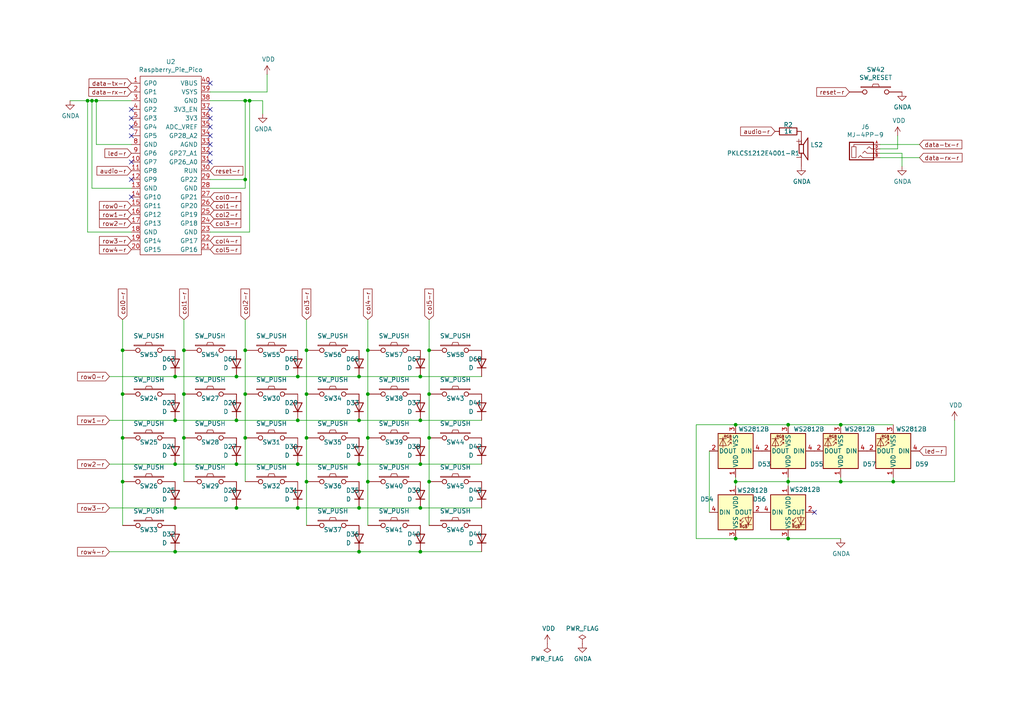
<source format=kicad_sch>
(kicad_sch (version 20250114) (generator "eeschema") (generator_version "9.0")
  (paper "A4")
  (lib_symbols
    (symbol "Device:D" (pin_numbers (hide yes)) (pin_names (offset 1.016) (hide yes))
      (property "Reference" "D" (at 0 2.54 0))
      (property "Value" "D" (at 0 -2.54 0))
      (symbol "D_0_1"
        (polyline (pts (xy -1.27 1.27) (xy -1.27 -1.27)) (stroke (width 0.254)))
        (polyline (pts (xy 1.27 1.27) (xy 1.27 -1.27) (xy -1.27 0) (xy 1.27 1.27)) (stroke (width 0.254)))
        (polyline (pts (xy 1.27 0) (xy -1.27 0)))
      )
      (symbol "D_1_1"
        (pin passive line (at -3.81 0 0) (length 2.54) (name "K") (number "1"))
        (pin passive line (at 3.81 0 180) (length 2.54) (name "A") (number "2"))
      )
    )
    (symbol "Device:R" (pin_numbers (hide yes)) (pin_names (offset 0))
      (property "Reference" "R" (at 2.032 0 90))
      (property "Value" "R" (at 0 0 90))
      (symbol "R_0_1"
        (rectangle (start -1.016 -2.54) (end 1.016 2.54) (stroke (width 0.254)))
      )
      (symbol "R_1_1"
        (pin passive line (at 0 3.81 270) (length 1.27) (name "~") (number "1"))
        (pin passive line (at 0 -3.81 90) (length 1.27) (name "~") (number "2"))
      )
    )
    (symbol "GNDA_1" (power) (pin_numbers (hide yes)) (pin_names (offset 0) (hide yes))
      (property "Value" "GNDA" (at 0 -3.81 0))
      (symbol "GNDA_1_0_1"
        (polyline (pts (xy 0 0) (xy 0 -1.27) (xy 1.27 -1.27) (xy 0 -2.54) (xy -1.27 -1.27) (xy 0 -1.27)))
      )
      (symbol "GNDA_1_1_1"
        (pin power_in line (at 0 0 270) (length 0) (name "~") (number "1"))
      )
    )
    (symbol "GNDA_2" (power) (pin_numbers (hide yes)) (pin_names (offset 0) (hide yes))
      (property "Value" "GNDA" (at 0 -3.81 0))
      (symbol "GNDA_2_0_1"
        (polyline (pts (xy 0 0) (xy 0 -1.27) (xy 1.27 -1.27) (xy 0 -2.54) (xy -1.27 -1.27) (xy 0 -1.27)))
      )
      (symbol "GNDA_2_1_1"
        (pin power_in line (at 0 0 270) (length 0) (name "~") (number "1"))
      )
    )
    (symbol "LED:WS2812B" (pin_names (offset 0.254))
      (property "Reference" "D" (at 5.08 5.715 0))
      (property "Value" "WS2812B" (at 1.27 -5.715 0))
      (symbol "WS2812B_0_0"
        (text "RGB" (at 2.286 -4.191 0) (effects (font (size 0.762 0.762))))
      )
      (symbol "WS2812B_0_1"
        (polyline (pts (xy 1.27 -2.54) (xy 1.778 -2.54)))
        (polyline (pts (xy 1.27 -3.556) (xy 1.778 -3.556)))
        (polyline (pts (xy 2.286 -1.524) (xy 1.27 -2.54) (xy 1.27 -2.032)))
        (polyline (pts (xy 2.286 -2.54) (xy 1.27 -3.556) (xy 1.27 -3.048)))
        (polyline (pts (xy 3.683 -1.016) (xy 3.683 -3.556) (xy 3.683 -4.064)))
        (polyline (pts (xy 4.699 -1.524) (xy 2.667 -1.524) (xy 3.683 -3.556) (xy 4.699 -1.524)))
        (polyline (pts (xy 4.699 -3.556) (xy 2.667 -3.556)))
        (rectangle (start 5.08 5.08) (end -5.08 -5.08) (stroke (width 0.254)) (fill (type background)))
      )
      (symbol "WS2812B_1_1"
        (pin input line (at -7.62 0 0) (length 2.54) (name "DIN") (number "4"))
        (pin power_in line (at 0 7.62 270) (length 2.54) (name "VDD") (number "1"))
        (pin power_in line (at 0 -7.62 90) (length 2.54) (name "VSS") (number "3"))
        (pin output line (at 7.62 0 180) (length 2.54) (name "DOUT") (number "2"))
      )
    )
    (symbol "PKLCS1212E4001-R1:PKLCS1212E4001-R1" (pin_numbers (hide yes)) (pin_names (offset 1.016) (hide yes))
      (property "Reference" "LS" (at -3.81 8.9154 0))
      (property "Value" "PKLCS1212E4001-R1" (at -3.8354 -11.4808 0))
      (symbol "PKLCS1212E4001-R1_0_0"
        (polyline (pts (xy -0.635 1.27) (xy 0 1.27)) (stroke (width 0.254)))
        (polyline (pts (xy -0.635 -1.27) (xy -0.635 1.27)) (stroke (width 0.254)))
        (polyline (pts (xy 0 1.27) (xy 0 2.54)) (stroke (width 0.254)))
        (polyline (pts (xy 0 1.27) (xy 0.635 1.27)) (stroke (width 0.254)))
        (polyline (pts (xy 0 -1.27) (xy -0.635 -1.27)) (stroke (width 0.254)))
        (polyline (pts (xy 0 -1.27) (xy 0 -2.54)) (stroke (width 0.254)))
        (polyline (pts (xy 0.635 1.27) (xy 0.635 -1.27)) (stroke (width 0.254)))
        (polyline (pts (xy 0.635 1.27) (xy 1.905 3.175)) (stroke (width 0.254)))
        (polyline (pts (xy 0.635 -1.27) (xy 0 -1.27)) (stroke (width 0.254)))
        (polyline (pts (xy 1.905 3.175) (xy 1.905 -3.175)) (stroke (width 0.254)))
        (polyline (pts (xy 1.905 -3.175) (xy 0.635 -1.27)) (stroke (width 0.254)))
        (text "+" (at -1.905 1.27 0) (effects (font (size 1.778 1.778)) (justify left bottom)))
        (text "-" (at -1.905 -1.27 0) (effects (font (size 1.778 1.778)) (justify left top)))
        (pin passive line (at 0 5.08 270) (length 2.54) (name "~") (number "P"))
        (pin passive line (at 0 -5.08 90) (length 2.54) (name "~") (number "N"))
      )
    )
    (symbol "VDD_1" (power) (pin_numbers (hide yes)) (pin_names (offset 0) (hide yes))
      (property "Value" "VDD" (at 0 3.556 0))
      (symbol "VDD_1_0_1"
        (polyline (pts (xy -0.762 1.27) (xy 0 2.54)))
        (polyline (pts (xy 0 2.54) (xy 0.762 1.27)))
        (polyline (pts (xy 0 0) (xy 0 2.54)))
      )
      (symbol "VDD_1_1_1"
        (pin power_in line (at 0 0 90) (length 0) (name "~") (number "1"))
      )
    )
    (symbol "kbd:MJ-4PP-9" (pin_names (offset 1.016))
      (property "Reference" "J" (at 0 3.81 0))
      (property "Value" "MJ-4PP-9" (at 0 -3.81 0))
      (symbol "MJ-4PP-9_0_1"
        (polyline (pts (xy -2.54 1.27) (xy -2.54 1.905) (xy 3.175 1.905)))
        (rectangle (start -1.905 -1.905) (end -3.175 1.27))
        (polyline (pts (xy -1.27 -1.905) (xy -0.635 -1.27) (xy 0 -1.905) (xy 3.175 -1.905)))
        (polyline (pts (xy 0 -0.635) (xy 0.635 0) (xy 1.27 -0.635) (xy 3.175 -0.635)))
        (polyline (pts (xy 1.27 0.635) (xy 1.905 1.27) (xy 2.54 0.635) (xy 3.175 0.635)))
        (rectangle (start 3.175 2.54) (end -3.81 -2.54) (stroke (width 0.3048)))
      )
      (symbol "MJ-4PP-9_1_1"
        (pin input line (at 5.08 1.905 180) (length 2.0066) (name "~") (number "A"))
        (pin input line (at 5.08 0.635 180) (length 2.0066) (name "~") (number "D"))
        (pin input line (at 5.08 -0.635 180) (length 2.0066) (name "~") (number "C"))
        (pin input line (at 5.08 -1.905 180) (length 2.0066) (name "~") (number "B"))
      )
    )
    (symbol "kbd:SW_PUSH" (pin_numbers (hide yes)) (pin_names (offset 1.016) (hide yes))
      (property "Reference" "SW" (at 3.81 2.794 0))
      (property "Value" "SW_PUSH" (at 0 -2.032 0))
      (symbol "SW_PUSH_0_1"
        (rectangle (start -4.318 1.27) (end 4.318 1.524))
        (polyline (pts (xy -1.016 1.524) (xy -0.762 2.286) (xy 0.762 2.286) (xy 1.016 1.524)))
        (pin passive inverted (at -7.62 0 0) (length 5.08) (name "1") (number "1"))
        (pin passive inverted (at 7.62 0 180) (length 5.08) (name "2") (number "2"))
      )
    )
    (symbol "power:GNDA" (power) (pin_names (offset 0))
      (property "Value" "GNDA" (at 0 -3.81 0))
      (symbol "GNDA_0_1"
        (polyline (pts (xy 0 0) (xy 0 -1.27) (xy 1.27 -1.27) (xy 0 -2.54) (xy -1.27 -1.27) (xy 0 -1.27)))
      )
      (symbol "GNDA_1_1"
        (pin power_in line (at 0 0 270) (length 0) (hide yes) (name "GNDA") (number "1"))
      )
    )
    (symbol "power:PWR_FLAG" (power) (pin_numbers (hide yes)) (pin_names (offset 0) (hide yes))
      (property "Value" "PWR_FLAG" (at 0 3.81 0))
      (symbol "PWR_FLAG_0_0"
        (pin power_out line (at 0 0 90) (length 0) (name "pwr") (number "1"))
      )
      (symbol "PWR_FLAG_0_1"
        (polyline (pts (xy 0 0) (xy 0 1.27) (xy -1.016 1.905) (xy 0 2.54) (xy 1.016 1.905) (xy 0 1.27)))
      )
    )
    (symbol "power:VDD" (power) (pin_names (offset 0))
      (property "Value" "VDD" (at 0 3.81 0))
      (symbol "VDD_0_1"
        (polyline (pts (xy -0.762 1.27) (xy 0 2.54)))
        (polyline (pts (xy 0 2.54) (xy 0.762 1.27)))
        (polyline (pts (xy 0 0) (xy 0 2.54)))
      )
      (symbol "VDD_1_1"
        (pin power_in line (at 0 0 90) (length 0) (hide yes) (name "VDD") (number "1"))
      )
    )
    (symbol "yoichiro:Raspberry_Pie_Pico" (pin_names (offset 1.016))
      (property "Reference" "U" (at 0 27.559 0))
      (property "Value" "Raspberry_Pie_Pico" (at 0.0508 -27.4574 0))
      (symbol "Raspberry_Pie_Pico_0_0"
        (pin bidirectional line (at -11.43 24.13 0) (length 2.54) (name "GP0") (number "1"))
        (pin bidirectional line (at -11.43 21.59 0) (length 2.54) (name "GP1") (number "2"))
        (pin power_in line (at -11.43 19.05 0) (length 2.54) (name "GND") (number "3"))
        (pin bidirectional line (at -11.43 16.51 0) (length 2.54) (name "GP2") (number "4"))
        (pin bidirectional line (at -11.43 13.97 0) (length 2.54) (name "GP3") (number "5"))
        (pin bidirectional line (at -11.43 11.43 0) (length 2.54) (name "GP4") (number "6"))
        (pin bidirectional line (at -11.43 8.89 0) (length 2.54) (name "GP5") (number "7"))
        (pin power_in line (at -11.43 6.35 0) (length 2.54) (name "GND") (number "8"))
        (pin bidirectional line (at -11.43 3.81 0) (length 2.54) (name "GP6") (number "9"))
        (pin bidirectional line (at -11.43 1.27 0) (length 2.54) (name "GP7") (number "10"))
        (pin bidirectional line (at -11.43 -1.27 0) (length 2.54) (name "GP8") (number "11"))
        (pin bidirectional line (at -11.43 -3.81 0) (length 2.54) (name "GP9") (number "12"))
        (pin power_in line (at -11.43 -6.35 0) (length 2.54) (name "GND") (number "13"))
        (pin bidirectional line (at -11.43 -8.89 0) (length 2.54) (name "GP10") (number "14"))
        (pin bidirectional line (at -11.43 -11.43 0) (length 2.54) (name "GP11") (number "15"))
        (pin bidirectional line (at -11.43 -13.97 0) (length 2.54) (name "GP12") (number "16"))
        (pin bidirectional line (at -11.43 -16.51 0) (length 2.54) (name "GP13") (number "17"))
        (pin power_in line (at -11.43 -19.05 0) (length 2.54) (name "GND") (number "18"))
        (pin bidirectional line (at -11.43 -21.59 0) (length 2.54) (name "GP14") (number "19"))
        (pin bidirectional line (at -11.43 -24.13 0) (length 2.54) (name "GP15") (number "20"))
        (pin power_in line (at 11.43 24.13 180) (length 2.54) (name "VBUS") (number "40"))
        (pin power_in line (at 11.43 21.59 180) (length 2.54) (name "VSYS") (number "39"))
        (pin power_in line (at 11.43 19.05 180) (length 2.54) (name "GND") (number "38"))
        (pin input line (at 11.43 16.51 180) (length 2.54) (name "3V3_EN") (number "37"))
        (pin power_out line (at 11.43 13.97 180) (length 2.54) (name "3V3") (number "36"))
        (pin power_in line (at 11.43 11.43 180) (length 2.54) (name "ADC_VREF") (number "35"))
        (pin bidirectional line (at 11.43 8.89 180) (length 2.54) (name "GP28_A2") (number "34"))
        (pin power_in line (at 11.43 6.35 180) (length 2.54) (name "AGND") (number "33"))
        (pin bidirectional line (at 11.43 3.81 180) (length 2.54) (name "GP27_A1") (number "32"))
        (pin bidirectional line (at 11.43 1.27 180) (length 2.54) (name "GP26_A0") (number "31"))
        (pin input line (at 11.43 -1.27 180) (length 2.54) (name "RUN") (number "30"))
        (pin bidirectional line (at 11.43 -3.81 180) (length 2.54) (name "GP22") (number "29"))
        (pin power_in line (at 11.43 -6.35 180) (length 2.54) (name "GND") (number "28"))
        (pin bidirectional line (at 11.43 -8.89 180) (length 2.54) (name "GP21") (number "27"))
        (pin bidirectional line (at 11.43 -11.43 180) (length 2.54) (name "GP20") (number "26"))
        (pin bidirectional line (at 11.43 -13.97 180) (length 2.54) (name "GP19") (number "25"))
        (pin bidirectional line (at 11.43 -16.51 180) (length 2.54) (name "GP18") (number "24"))
        (pin power_in line (at 11.43 -19.05 180) (length 2.54) (name "GND") (number "23"))
        (pin bidirectional line (at 11.43 -21.59 180) (length 2.54) (name "GP17") (number "22"))
        (pin bidirectional line (at 11.43 -24.13 180) (length 2.54) (name "GP16") (number "21"))
      )
      (symbol "Raspberry_Pie_Pico_0_1"
        (rectangle (start -8.89 26.162) (end 8.89 -25.654))
      )
    )
  )
  (junction (at 104.14 134.62))
  (junction (at 106.68 101.6))
  (junction (at 50.8 134.62))
  (junction (at 88.9 101.6))
  (junction (at 104.14 109.22))
  (junction (at 72.39 29.21))
  (junction (at 104.14 160.02))
  (junction (at 68.58 134.62))
  (junction (at 121.92 160.02))
  (junction (at 50.8 109.22))
  (junction (at 124.46 139.7))
  (junction (at 35.56 139.7))
  (junction (at 228.6 139.7))
  (junction (at 86.36 147.32))
  (junction (at 25.4 29.21))
  (junction (at 88.9 139.7))
  (junction (at 68.58 121.92))
  (junction (at 71.12 52.07))
  (junction (at 35.56 127))
  (junction (at 86.36 121.92))
  (junction (at 53.34 114.3))
  (junction (at 104.14 121.92))
  (junction (at 121.92 121.92))
  (junction (at 228.6 123.19))
  (junction (at 243.84 123.19))
  (junction (at 121.92 109.22))
  (junction (at 68.58 147.32))
  (junction (at 86.36 109.22))
  (junction (at 53.34 127))
  (junction (at 121.92 134.62))
  (junction (at 213.36 139.7))
  (junction (at 106.68 127))
  (junction (at 50.8 147.32))
  (junction (at 35.56 114.3))
  (junction (at 88.9 114.3))
  (junction (at 104.14 147.32))
  (junction (at 71.12 101.6))
  (junction (at 26.67 29.21))
  (junction (at 86.36 134.62))
  (junction (at 50.8 160.02))
  (junction (at 124.46 101.6))
  (junction (at 71.12 29.21))
  (junction (at 53.34 101.6))
  (junction (at 213.36 156.21))
  (junction (at 259.08 139.7))
  (junction (at 71.12 127))
  (junction (at 50.8 121.92))
  (junction (at 106.68 139.7))
  (junction (at 124.46 127))
  (junction (at 71.12 114.3))
  (junction (at 35.56 101.6))
  (junction (at 68.58 109.22))
  (junction (at 121.92 147.32))
  (junction (at 243.84 139.7))
  (junction (at 88.9 127))
  (junction (at 124.46 114.3))
  (junction (at 106.68 114.3))
  (junction (at 228.6 156.21))
  (junction (at 213.36 123.19))
  (junction (at 27.94 29.21))
  (no_connect (at 38.1 52.07))
  (no_connect (at 60.96 44.45))
  (no_connect (at 60.96 31.75))
  (no_connect (at 60.96 46.99))
  (no_connect (at 60.96 36.83))
  (no_connect (at 38.1 46.99))
  (no_connect (at 38.1 34.29))
  (no_connect (at 38.1 39.37))
  (no_connect (at 38.1 57.15))
  (no_connect (at 60.96 41.91))
  (no_connect (at 38.1 31.75))
  (no_connect (at 60.96 24.13))
  (no_connect (at 60.96 34.29))
  (no_connect (at 60.96 39.37))
  (no_connect (at 38.1 36.83))
  (no_connect (at 236.22 148.59))
  (wire (pts (xy 53.34 127) (xy 53.34 114.3)))
  (wire (pts (xy 53.34 139.7) (xy 53.34 127)))
  (wire (pts (xy 259.08 138.43) (xy 259.08 139.7)))
  (wire (pts (xy 38.1 41.91) (xy 27.94 41.91)))
  (wire (pts (xy 71.12 52.07) (xy 71.12 29.21)))
  (wire (pts (xy 72.39 67.31) (xy 72.39 29.21)))
  (wire (pts (xy 104.14 121.92) (xy 86.36 121.92)))
  (wire (pts (xy 276.86 121.92) (xy 276.86 139.7)))
  (wire (pts (xy 213.36 156.21) (xy 228.6 156.21)))
  (wire (pts (xy 77.47 26.67) (xy 77.47 21.59)))
  (wire (pts (xy 88.9 139.7) (xy 88.9 127)))
  (wire (pts (xy 26.67 54.61) (xy 26.67 29.21)))
  (wire (pts (xy 259.08 139.7) (xy 243.84 139.7)))
  (wire (pts (xy 124.46 101.6) (xy 124.46 92.71)))
  (wire (pts (xy 50.8 160.02) (xy 104.14 160.02)))
  (wire (pts (xy 124.46 114.3) (xy 124.46 101.6)))
  (wire (pts (xy 243.84 138.43) (xy 243.84 139.7)))
  (wire (pts (xy 104.14 147.32) (xy 86.36 147.32)))
  (wire (pts (xy 228.6 156.21) (xy 243.84 156.21)))
  (wire (pts (xy 71.12 101.6) (xy 71.12 114.3)))
  (wire (pts (xy 106.68 101.6) (xy 106.68 92.71)))
  (wire (pts (xy 53.34 92.71) (xy 53.34 101.6)))
  (wire (pts (xy 104.14 109.22) (xy 121.92 109.22)))
  (wire (pts (xy 139.7 160.02) (xy 121.92 160.02)))
  (wire (pts (xy 255.27 43.18) (xy 260.35 43.18)))
  (wire (pts (xy 60.96 29.21) (xy 71.12 29.21)))
  (wire (pts (xy 35.56 139.7) (xy 35.56 152.4)))
  (wire (pts (xy 121.92 160.02) (xy 104.14 160.02)))
  (wire (pts (xy 139.7 121.92) (xy 121.92 121.92)))
  (wire (pts (xy 27.94 29.21) (xy 38.1 29.21)))
  (wire (pts (xy 124.46 127) (xy 124.46 114.3)))
  (wire (pts (xy 60.96 26.67) (xy 77.47 26.67)))
  (wire (pts (xy 228.6 140.97) (xy 228.6 139.7)))
  (wire (pts (xy 201.93 156.21) (xy 213.36 156.21)))
  (wire (pts (xy 213.36 123.19) (xy 201.93 123.19)))
  (wire (pts (xy 72.39 29.21) (xy 76.2 29.21)))
  (wire (pts (xy 71.12 127) (xy 71.12 114.3)))
  (wire (pts (xy 35.56 127) (xy 35.56 114.3)))
  (wire (pts (xy 106.68 152.4) (xy 106.68 139.7)))
  (wire (pts (xy 27.94 41.91) (xy 27.94 29.21)))
  (wire (pts (xy 50.8 121.92) (xy 31.75 121.92)))
  (wire (pts (xy 38.1 54.61) (xy 26.67 54.61)))
  (wire (pts (xy 60.96 52.07) (xy 71.12 52.07)))
  (wire (pts (xy 243.84 123.19) (xy 228.6 123.19)))
  (wire (pts (xy 260.35 43.18) (xy 260.35 39.37)))
  (wire (pts (xy 88.9 152.4) (xy 88.9 139.7)))
  (wire (pts (xy 35.56 114.3) (xy 35.56 101.6)))
  (wire (pts (xy 25.4 67.31) (xy 25.4 29.21)))
  (wire (pts (xy 213.36 140.97) (xy 213.36 139.7)))
  (wire (pts (xy 205.74 130.81) (xy 205.74 148.59)))
  (wire (pts (xy 106.68 139.7) (xy 106.68 127)))
  (wire (pts (xy 71.12 92.71) (xy 71.12 101.6)))
  (wire (pts (xy 50.8 134.62) (xy 31.75 134.62)))
  (wire (pts (xy 31.75 109.22) (xy 50.8 109.22)))
  (wire (pts (xy 71.12 54.61) (xy 71.12 52.07)))
  (wire (pts (xy 228.6 123.19) (xy 213.36 123.19)))
  (wire (pts (xy 139.7 147.32) (xy 121.92 147.32)))
  (wire (pts (xy 26.67 29.21) (xy 27.94 29.21)))
  (wire (pts (xy 121.92 121.92) (xy 104.14 121.92)))
  (wire (pts (xy 38.1 67.31) (xy 25.4 67.31)))
  (wire (pts (xy 228.6 138.43) (xy 228.6 139.7)))
  (wire (pts (xy 86.36 147.32) (xy 68.58 147.32)))
  (wire (pts (xy 259.08 123.19) (xy 243.84 123.19)))
  (wire (pts (xy 228.6 139.7) (xy 213.36 139.7)))
  (wire (pts (xy 60.96 67.31) (xy 72.39 67.31)))
  (wire (pts (xy 60.96 54.61) (xy 71.12 54.61)))
  (wire (pts (xy 86.36 109.22) (xy 104.14 109.22)))
  (wire (pts (xy 35.56 101.6) (xy 35.56 92.71)))
  (wire (pts (xy 50.8 147.32) (xy 31.75 147.32)))
  (wire (pts (xy 50.8 160.02) (xy 31.75 160.02)))
  (wire (pts (xy 106.68 127) (xy 106.68 114.3)))
  (wire (pts (xy 121.92 134.62) (xy 104.14 134.62)))
  (wire (pts (xy 68.58 147.32) (xy 50.8 147.32)))
  (wire (pts (xy 68.58 134.62) (xy 50.8 134.62)))
  (wire (pts (xy 71.12 29.21) (xy 72.39 29.21)))
  (wire (pts (xy 68.58 121.92) (xy 50.8 121.92)))
  (wire (pts (xy 213.36 139.7) (xy 213.36 138.43)))
  (wire (pts (xy 35.56 139.7) (xy 35.56 127)))
  (wire (pts (xy 25.4 29.21) (xy 26.67 29.21)))
  (wire (pts (xy 68.58 109.22) (xy 86.36 109.22)))
  (wire (pts (xy 255.27 45.72) (xy 266.7 45.72)))
  (wire (pts (xy 53.34 101.6) (xy 53.34 114.3)))
  (wire (pts (xy 139.7 134.62) (xy 121.92 134.62)))
  (wire (pts (xy 255.27 44.45) (xy 261.62 44.45)))
  (wire (pts (xy 76.2 29.21) (xy 76.2 33.02)))
  (wire (pts (xy 124.46 152.4) (xy 124.46 139.7)))
  (wire (pts (xy 276.86 139.7) (xy 259.08 139.7)))
  (wire (pts (xy 261.62 44.45) (xy 261.62 48.26)))
  (wire (pts (xy 121.92 109.22) (xy 139.7 109.22)))
  (wire (pts (xy 86.36 134.62) (xy 68.58 134.62)))
  (wire (pts (xy 243.84 139.7) (xy 228.6 139.7)))
  (wire (pts (xy 71.12 139.7) (xy 71.12 127)))
  (wire (pts (xy 201.93 123.19) (xy 201.93 156.21)))
  (wire (pts (xy 255.27 41.91) (xy 266.7 41.91)))
  (wire (pts (xy 88.9 101.6) (xy 88.9 114.3)))
  (wire (pts (xy 88.9 127) (xy 88.9 114.3)))
  (wire (pts (xy 106.68 114.3) (xy 106.68 101.6)))
  (wire (pts (xy 86.36 121.92) (xy 68.58 121.92)))
  (wire (pts (xy 20.32 29.21) (xy 25.4 29.21)))
  (wire (pts (xy 121.92 147.32) (xy 104.14 147.32)))
  (wire (pts (xy 88.9 92.71) (xy 88.9 101.6)))
  (wire (pts (xy 124.46 139.7) (xy 124.46 127)))
  (wire (pts (xy 104.14 134.62) (xy 86.36 134.62)))
  (wire (pts (xy 50.8 109.22) (xy 68.58 109.22)))
  (global_label "row3-r" (shape input) (at 31.75 147.32 180) (property "Intersheetrefs" "${INTERSHEET_REFS}" (effects (hide yes))))
  (global_label "col0-r" (shape input) (at 35.56 92.71 90) (property "Intersheetrefs" "${INTERSHEET_REFS}" (effects (hide yes))))
  (global_label "row2-r" (shape input) (at 31.75 134.62 180) (property "Intersheetrefs" "${INTERSHEET_REFS}" (effects (hide yes))))
  (global_label "col1-r" (shape input) (at 53.34 92.71 90) (property "Intersheetrefs" "${INTERSHEET_REFS}" (effects (hide yes))))
  (global_label "reset-r" (shape input) (at 60.96 49.53 0) (property "Intersheetrefs" "${INTERSHEET_REFS}" (effects (hide yes))))
  (global_label "row0-r" (shape input) (at 38.1 59.69 180) (property "Intersheetrefs" "${INTERSHEET_REFS}" (effects (hide yes))))
  (global_label "col2-r" (shape input) (at 60.96 62.23 0) (property "Intersheetrefs" "${INTERSHEET_REFS}" (effects (hide yes))))
  (global_label "reset-r" (shape input) (at 246.38 26.67 180) (property "Intersheetrefs" "${INTERSHEET_REFS}" (effects (hide yes))))
  (global_label "led-r" (shape input) (at 266.7 130.81 0) (property "Intersheetrefs" "${INTERSHEET_REFS}" (effects (hide yes))))
  (global_label "row1-r" (shape input) (at 31.75 121.92 180) (property "Intersheetrefs" "${INTERSHEET_REFS}" (effects (hide yes))))
  (global_label "row3-r" (shape input) (at 38.1 69.85 180) (property "Intersheetrefs" "${INTERSHEET_REFS}" (effects (hide yes))))
  (global_label "data-rx-r" (shape input) (at 266.7 45.72 0) (property "Intersheetrefs" "${INTERSHEET_REFS}" (effects (hide yes))))
  (global_label "data-rx-r" (shape input) (at 38.1 26.67 180) (property "Intersheetrefs" "${INTERSHEET_REFS}" (effects (hide yes))))
  (global_label "col3-r" (shape input) (at 88.9 92.71 90) (property "Intersheetrefs" "${INTERSHEET_REFS}" (effects (hide yes))))
  (global_label "led-r" (shape input) (at 38.1 44.45 180) (property "Intersheetrefs" "${INTERSHEET_REFS}" (effects (hide yes))))
  (global_label "audio-r" (shape input) (at 38.1 49.53 180) (property "Intersheetrefs" "${INTERSHEET_REFS}" (effects (hide yes))))
  (global_label "col5-r" (shape input) (at 124.46 92.71 90) (property "Intersheetrefs" "${INTERSHEET_REFS}" (effects (hide yes))))
  (global_label "col0-r" (shape input) (at 60.96 57.15 0) (property "Intersheetrefs" "${INTERSHEET_REFS}" (effects (hide yes))))
  (global_label "row4-r" (shape input) (at 38.1 72.39 180) (property "Intersheetrefs" "${INTERSHEET_REFS}" (effects (hide yes))))
  (global_label "col2-r" (shape input) (at 71.12 92.71 90) (property "Intersheetrefs" "${INTERSHEET_REFS}" (effects (hide yes))))
  (global_label "row0-r" (shape input) (at 31.75 109.22 180) (property "Intersheetrefs" "${INTERSHEET_REFS}" (effects (hide yes))))
  (global_label "audio-r" (shape input) (at 224.79 38.1 180) (property "Intersheetrefs" "${INTERSHEET_REFS}" (effects (hide yes))))
  (global_label "col1-r" (shape input) (at 60.96 59.69 0) (property "Intersheetrefs" "${INTERSHEET_REFS}" (effects (hide yes))))
  (global_label "data-tx-r" (shape input) (at 266.7 41.91 0) (property "Intersheetrefs" "${INTERSHEET_REFS}" (effects (hide yes))))
  (global_label "col3-r" (shape input) (at 60.96 64.77 0) (property "Intersheetrefs" "${INTERSHEET_REFS}" (effects (hide yes))))
  (global_label "col4-r" (shape input) (at 106.68 92.71 90) (property "Intersheetrefs" "${INTERSHEET_REFS}" (effects (hide yes))))
  (global_label "row2-r" (shape input) (at 38.1 64.77 180) (property "Intersheetrefs" "${INTERSHEET_REFS}" (effects (hide yes))))
  (global_label "data-tx-r" (shape input) (at 38.1 24.13 180) (property "Intersheetrefs" "${INTERSHEET_REFS}" (effects (hide yes))))
  (global_label "col4-r" (shape input) (at 60.96 69.85 0) (property "Intersheetrefs" "${INTERSHEET_REFS}" (effects (hide yes))))
  (global_label "col5-r" (shape input) (at 60.96 72.39 0) (property "Intersheetrefs" "${INTERSHEET_REFS}" (effects (hide yes))))
  (global_label "row1-r" (shape input) (at 38.1 62.23 180) (property "Intersheetrefs" "${INTERSHEET_REFS}" (effects (hide yes))))
  (global_label "row4-r" (shape input) (at 31.75 160.02 180) (property "Intersheetrefs" "${INTERSHEET_REFS}" (effects (hide yes))))
  (symbol (lib_id "kbd:SW_PUSH") (at 43.18 114.3 0) (unit 1)
    (property "Reference" "SW24" (at 43.18 115.57 0))
    (property "Value" "SW_PUSH" (at 43.18 110.1344 0))
    (property "Footprint" "Yoichiro:CherryMX_Choco_Hotswap" (effects (hide yes)))
  )
  (symbol (lib_id "Device:D") (at 50.8 118.11 90) (unit 1)
    (property "Reference" "D23" (at 46.99 116.84 90) (effects (justify right)))
    (property "Value" "D" (at 46.99 119.38 90) (effects (justify right)))
    (property "Footprint" "Keebio-Parts:Diode-Hybrid-Back" (effects (hide yes)))
  )
  (symbol (lib_id "kbd:SW_PUSH") (at 43.18 127 0) (unit 1)
    (property "Reference" "SW25" (at 43.18 128.27 0))
    (property "Value" "SW_PUSH" (at 43.18 122.8344 0))
    (property "Footprint" "Yoichiro:CherryMX_Choco_Hotswap" (effects (hide yes)))
  )
  (symbol (lib_id "Device:D") (at 50.8 130.81 90) (unit 1)
    (property "Reference" "D24" (at 46.99 129.54 90) (effects (justify right)))
    (property "Value" "D" (at 46.99 132.08 90) (effects (justify right)))
    (property "Footprint" "Keebio-Parts:Diode-Hybrid-Back" (effects (hide yes)))
  )
  (symbol (lib_id "kbd:SW_PUSH") (at 43.18 139.7 0) (unit 1)
    (property "Reference" "SW26" (at 43.18 140.97 0))
    (property "Value" "SW_PUSH" (at 43.18 135.5344 0))
    (property "Footprint" "Yoichiro:CherryMX_Choco_Hotswap" (effects (hide yes)))
  )
  (symbol (lib_id "Device:D") (at 50.8 143.51 90) (unit 1)
    (property "Reference" "D25" (at 46.99 142.24 90) (effects (justify right)))
    (property "Value" "D" (at 46.99 144.78 90) (effects (justify right)))
    (property "Footprint" "Keebio-Parts:Diode-Hybrid-Back" (effects (hide yes)))
  )
  (symbol (lib_id "kbd:SW_PUSH") (at 60.96 114.3 0) (unit 1)
    (property "Reference" "SW27" (at 60.96 115.57 0))
    (property "Value" "SW_PUSH" (at 60.96 110.1344 0))
    (property "Footprint" "Yoichiro:CherryMX_Choco_Hotswap" (effects (hide yes)))
  )
  (symbol (lib_id "Device:D") (at 68.58 118.11 90) (unit 1)
    (property "Reference" "D26" (at 64.77 116.84 90) (effects (justify right)))
    (property "Value" "D" (at 64.77 119.38 90) (effects (justify right)))
    (property "Footprint" "Keebio-Parts:Diode-Hybrid-Back" (effects (hide yes)))
  )
  (symbol (lib_id "kbd:SW_PUSH") (at 60.96 127 0) (unit 1)
    (property "Reference" "SW28" (at 60.96 128.27 0))
    (property "Value" "SW_PUSH" (at 60.96 122.8344 0))
    (property "Footprint" "Yoichiro:CherryMX_Choco_Hotswap" (effects (hide yes)))
  )
  (symbol (lib_id "Device:D") (at 68.58 130.81 90) (unit 1)
    (property "Reference" "D27" (at 64.77 129.54 90) (effects (justify right)))
    (property "Value" "D" (at 64.77 132.08 90) (effects (justify right)))
    (property "Footprint" "Keebio-Parts:Diode-Hybrid-Back" (effects (hide yes)))
  )
  (symbol (lib_id "kbd:SW_PUSH") (at 60.96 139.7 0) (unit 1)
    (property "Reference" "SW29" (at 60.96 140.97 0))
    (property "Value" "SW_PUSH" (at 60.96 135.5344 0))
    (property "Footprint" "Yoichiro:CherryMX_Choco_Hotswap" (effects (hide yes)))
  )
  (symbol (lib_id "Device:D") (at 68.58 143.51 90) (unit 1)
    (property "Reference" "D28" (at 64.77 142.24 90) (effects (justify right)))
    (property "Value" "D" (at 64.77 144.78 90) (effects (justify right)))
    (property "Footprint" "Keebio-Parts:Diode-Hybrid-Back" (effects (hide yes)))
  )
  (symbol (lib_id "kbd:SW_PUSH") (at 78.74 114.3 0) (unit 1)
    (property "Reference" "SW30" (at 78.74 115.57 0))
    (property "Value" "SW_PUSH" (at 78.74 110.1344 0))
    (property "Footprint" "Yoichiro:CherryMX_Choco_Hotswap" (effects (hide yes)))
  )
  (symbol (lib_id "Device:D") (at 86.36 118.11 90) (unit 1)
    (property "Reference" "D29" (at 82.55 116.84 90) (effects (justify right)))
    (property "Value" "D" (at 82.55 119.38 90) (effects (justify right)))
    (property "Footprint" "Keebio-Parts:Diode-Hybrid-Back" (effects (hide yes)))
  )
  (symbol (lib_id "kbd:SW_PUSH") (at 78.74 127 0) (unit 1)
    (property "Reference" "SW31" (at 78.74 128.27 0))
    (property "Value" "SW_PUSH" (at 78.74 122.8344 0))
    (property "Footprint" "Yoichiro:CherryMX_Choco_Hotswap" (effects (hide yes)))
  )
  (symbol (lib_id "Device:D") (at 86.36 130.81 90) (unit 1)
    (property "Reference" "D30" (at 82.55 129.54 90) (effects (justify right)))
    (property "Value" "D" (at 82.55 132.08 90) (effects (justify right)))
    (property "Footprint" "Keebio-Parts:Diode-Hybrid-Back" (effects (hide yes)))
  )
  (symbol (lib_id "kbd:SW_PUSH") (at 78.74 139.7 0) (unit 1)
    (property "Reference" "SW32" (at 78.74 140.97 0))
    (property "Value" "SW_PUSH" (at 78.74 135.5344 0))
    (property "Footprint" "Yoichiro:CherryMX_Choco_Hotswap" (effects (hide yes)))
  )
  (symbol (lib_id "Device:D") (at 86.36 143.51 90) (unit 1)
    (property "Reference" "D31" (at 82.55 142.24 90) (effects (justify right)))
    (property "Value" "D" (at 82.55 144.78 90) (effects (justify right)))
    (property "Footprint" "Keebio-Parts:Diode-Hybrid-Back" (effects (hide yes)))
  )
  (symbol (lib_id "kbd:SW_PUSH") (at 43.18 152.4 0) (unit 1)
    (property "Reference" "SW33" (at 43.18 153.67 0))
    (property "Value" "SW_PUSH" (at 43.18 148.2344 0))
    (property "Footprint" "Yoichiro:CherryMX_Choco_Hotswap" (effects (hide yes)))
  )
  (symbol (lib_id "Device:D") (at 50.8 156.21 90) (unit 1)
    (property "Reference" "D32" (at 46.99 154.94 90) (effects (justify right)))
    (property "Value" "D" (at 46.99 157.48 90) (effects (justify right)))
    (property "Footprint" "Keebio-Parts:Diode-Hybrid-Back" (effects (hide yes)))
  )
  (symbol (lib_id "kbd:SW_PUSH") (at 96.52 114.3 0) (unit 1)
    (property "Reference" "SW34" (at 96.52 115.57 0))
    (property "Value" "SW_PUSH" (at 96.52 110.1344 0))
    (property "Footprint" "Yoichiro:CherryMX_Choco_Hotswap" (effects (hide yes)))
  )
  (symbol (lib_id "Device:D") (at 104.14 118.11 90) (unit 1)
    (property "Reference" "D33" (at 100.33 116.84 90) (effects (justify right)))
    (property "Value" "D" (at 100.33 119.38 90) (effects (justify right)))
    (property "Footprint" "Keebio-Parts:Diode-Hybrid-Back" (effects (hide yes)))
  )
  (symbol (lib_id "kbd:SW_PUSH") (at 96.52 127 0) (unit 1)
    (property "Reference" "SW35" (at 96.52 128.27 0))
    (property "Value" "SW_PUSH" (at 96.52 122.8344 0))
    (property "Footprint" "Yoichiro:CherryMX_Choco_Hotswap" (effects (hide yes)))
  )
  (symbol (lib_id "Device:D") (at 104.14 130.81 90) (unit 1)
    (property "Reference" "D34" (at 100.33 129.54 90) (effects (justify right)))
    (property "Value" "D" (at 100.33 132.08 90) (effects (justify right)))
    (property "Footprint" "Keebio-Parts:Diode-Hybrid-Back" (effects (hide yes)))
  )
  (symbol (lib_id "kbd:SW_PUSH") (at 96.52 139.7 0) (unit 1)
    (property "Reference" "SW36" (at 96.52 140.97 0))
    (property "Value" "SW_PUSH" (at 96.52 135.5344 0))
    (property "Footprint" "Yoichiro:CherryMX_Choco_Hotswap" (effects (hide yes)))
  )
  (symbol (lib_id "Device:D") (at 104.14 143.51 90) (unit 1)
    (property "Reference" "D35" (at 100.33 142.24 90) (effects (justify right)))
    (property "Value" "D" (at 100.33 144.78 90) (effects (justify right)))
    (property "Footprint" "Keebio-Parts:Diode-Hybrid-Back" (effects (hide yes)))
  )
  (symbol (lib_id "kbd:SW_PUSH") (at 96.52 152.4 0) (unit 1)
    (property "Reference" "SW37" (at 96.52 153.67 0))
    (property "Value" "SW_PUSH" (at 96.52 148.2344 0))
    (property "Footprint" "Yoichiro:CherryMX_Choco_Hotswap" (effects (hide yes)))
  )
  (symbol (lib_id "Device:D") (at 104.14 156.21 90) (unit 1)
    (property "Reference" "D36" (at 100.33 154.94 90) (effects (justify right)))
    (property "Value" "D" (at 100.33 157.48 90) (effects (justify right)))
    (property "Footprint" "Keebio-Parts:Diode-Hybrid-Back" (effects (hide yes)))
  )
  (symbol (lib_id "kbd:SW_PUSH") (at 114.3 114.3 0) (unit 1)
    (property "Reference" "SW38" (at 114.3 115.57 0))
    (property "Value" "SW_PUSH" (at 114.3 110.1344 0))
    (property "Footprint" "Yoichiro:CherryMX_Choco_Hotswap" (effects (hide yes)))
  )
  (symbol (lib_id "Device:D") (at 121.92 118.11 90) (unit 1)
    (property "Reference" "D37" (at 118.11 116.84 90) (effects (justify right)))
    (property "Value" "D" (at 118.11 119.38 90) (effects (justify right)))
    (property "Footprint" "Keebio-Parts:Diode-Hybrid-Back" (effects (hide yes)))
  )
  (symbol (lib_id "kbd:SW_PUSH") (at 114.3 127 0) (unit 1)
    (property "Reference" "SW39" (at 114.3 128.27 0))
    (property "Value" "SW_PUSH" (at 114.3 122.8344 0))
    (property "Footprint" "Yoichiro:CherryMX_Choco_Hotswap" (effects (hide yes)))
  )
  (symbol (lib_id "Device:D") (at 121.92 130.81 90) (unit 1)
    (property "Reference" "D38" (at 118.11 129.54 90) (effects (justify right)))
    (property "Value" "D" (at 118.11 132.08 90) (effects (justify right)))
    (property "Footprint" "Keebio-Parts:Diode-Hybrid-Back" (effects (hide yes)))
  )
  (symbol (lib_id "kbd:SW_PUSH") (at 114.3 139.7 0) (unit 1)
    (property "Reference" "SW40" (at 114.3 140.97 0))
    (property "Value" "SW_PUSH" (at 114.3 135.5344 0))
    (property "Footprint" "Yoichiro:CherryMX_Choco_Hotswap" (effects (hide yes)))
  )
  (symbol (lib_id "Device:D") (at 121.92 143.51 90) (unit 1)
    (property "Reference" "D39" (at 118.11 142.24 90) (effects (justify right)))
    (property "Value" "D" (at 118.11 144.78 90) (effects (justify right)))
    (property "Footprint" "Keebio-Parts:Diode-Hybrid-Back" (effects (hide yes)))
  )
  (symbol (lib_id "kbd:SW_PUSH") (at 114.3 152.4 0) (unit 1)
    (property "Reference" "SW41" (at 114.3 153.67 0))
    (property "Value" "SW_PUSH" (at 114.3 148.2344 0))
    (property "Footprint" "Yoichiro:CherryMX_Choco_Hotswap" (effects (hide yes)))
  )
  (symbol (lib_id "Device:D") (at 121.92 156.21 90) (unit 1)
    (property "Reference" "D40" (at 118.11 154.94 90) (effects (justify right)))
    (property "Value" "D" (at 118.11 157.48 90) (effects (justify right)))
    (property "Footprint" "Keebio-Parts:Diode-Hybrid-Back" (effects (hide yes)))
  )
  (symbol (lib_id "kbd:SW_PUSH") (at 132.08 114.3 0) (unit 1)
    (property "Reference" "SW43" (at 132.08 115.57 0))
    (property "Value" "SW_PUSH" (at 132.08 110.1344 0))
    (property "Footprint" "Yoichiro:CherryMX_Choco_Hotswap" (effects (hide yes)))
  )
  (symbol (lib_id "Device:D") (at 139.7 118.11 90) (unit 1)
    (property "Reference" "D41" (at 135.89 116.84 90) (effects (justify right)))
    (property "Value" "D" (at 135.89 119.38 90) (effects (justify right)))
    (property "Footprint" "Keebio-Parts:Diode-Hybrid-Back" (effects (hide yes)))
  )
  (symbol (lib_id "kbd:SW_PUSH") (at 132.08 127 0) (unit 1)
    (property "Reference" "SW44" (at 132.08 128.27 0))
    (property "Value" "SW_PUSH" (at 132.08 122.8344 0))
    (property "Footprint" "Yoichiro:CherryMX_Choco_Hotswap" (effects (hide yes)))
  )
  (symbol (lib_id "Device:D") (at 139.7 130.81 90) (unit 1)
    (property "Reference" "D42" (at 135.89 129.54 90) (effects (justify right)))
    (property "Value" "D" (at 135.89 132.08 90) (effects (justify right)))
    (property "Footprint" "Keebio-Parts:Diode-Hybrid-Back" (effects (hide yes)))
  )
  (symbol (lib_id "kbd:SW_PUSH") (at 132.08 139.7 0) (unit 1)
    (property "Reference" "SW45" (at 132.08 140.97 0))
    (property "Value" "SW_PUSH" (at 132.08 135.5344 0))
    (property "Footprint" "Yoichiro:CherryMX_Choco_Hotswap" (effects (hide yes)))
  )
  (symbol (lib_id "Device:D") (at 139.7 143.51 90) (unit 1)
    (property "Reference" "D43" (at 135.89 142.24 90) (effects (justify right)))
    (property "Value" "D" (at 135.89 144.78 90) (effects (justify right)))
    (property "Footprint" "Keebio-Parts:Diode-Hybrid-Back" (effects (hide yes)))
  )
  (symbol (lib_id "kbd:SW_PUSH") (at 132.08 152.4 0) (unit 1)
    (property "Reference" "SW46" (at 132.08 153.67 0))
    (property "Value" "SW_PUSH" (at 132.08 148.2344 0))
    (property "Footprint" "Yoichiro:CherryMX_Choco_Hotswap" (effects (hide yes)))
  )
  (symbol (lib_id "Device:D") (at 139.7 156.21 90) (unit 1)
    (property "Reference" "D44" (at 135.89 154.94 90) (effects (justify right)))
    (property "Value" "D" (at 135.89 157.48 90) (effects (justify right)))
    (property "Footprint" "Keebio-Parts:Diode-Hybrid-Back" (effects (hide yes)))
  )
  (symbol (lib_id "power:VDD") (at 158.75 186.69 0) (unit 1)
    (property "Reference" "#PWR025" (effects (hide yes)))
    (property "Value" "VDD" (at 159.131 182.2958 0))
  )
  (symbol (lib_id "power:PWR_FLAG") (at 158.75 186.69 0) (mirror x) (unit 1)
    (property "Reference" "#FLG03" (effects (hide yes)))
    (property "Value" "PWR_FLAG" (at 158.75 191.0842 0))
  )
  (symbol (lib_id "power:PWR_FLAG") (at 168.91 186.69 0) (unit 1)
    (property "Reference" "#FLG04" (effects (hide yes)))
    (property "Value" "PWR_FLAG" (at 168.91 182.2958 0))
  )
  (symbol (lib_id "power:GNDA") (at 168.91 186.69 0) (unit 1)
    (property "Reference" "#PWR026" (effects (hide yes)))
    (property "Value" "GNDA" (at 169.037 191.0842 0))
  )
  (symbol (lib_name "VDD_1") (lib_id "power:VDD") (at 77.47 21.59 0) (unit 1)
    (property "Reference" "#PWR018" (effects (hide yes)))
    (property "Value" "VDD" (at 77.851 17.1958 0))
    (property "Description" "Power symbol creates a global label with name \"VDD\"" (effects (hide yes)))
  )
  (symbol (lib_name "GNDA_1") (lib_id "power:GNDA") (at 76.2 33.02 0) (unit 1)
    (property "Reference" "#PWR019" (effects (hide yes)))
    (property "Value" "GNDA" (at 76.327 37.4142 0))
    (property "Description" "Power symbol creates a global label with name \"GNDA\" , analog ground" (effects (hide yes)))
  )
  (symbol (lib_name "GNDA_2") (lib_id "power:GNDA") (at 20.32 29.21 0) (unit 1)
    (property "Reference" "#PWR014" (effects (hide yes)))
    (property "Value" "GNDA" (at 20.447 33.6042 0))
    (property "Description" "Power symbol creates a global label with name \"GNDA\" , analog ground" (effects (hide yes)))
  )
  (symbol (lib_id "kbd:SW_PUSH") (at 254 26.67 0) (unit 1)
    (property "Reference" "SW42" (at 254 20.193 0))
    (property "Value" "SW_RESET" (at 254 22.5044 0))
    (property "Footprint" "kbd:ResetSW_1side" (effects (hide yes)))
  )
  (symbol (lib_id "power:GNDA") (at 261.62 26.67 0) (unit 1)
    (property "Reference" "#PWR024" (effects (hide yes)))
    (property "Value" "GNDA" (at 261.747 31.0642 0))
  )
  (symbol (lib_id "kbd:MJ-4PP-9") (at 250.19 43.815 0) (unit 1)
    (property "Reference" "J6" (at 250.9774 36.8046 0))
    (property "Value" "MJ-4PP-9" (at 250.9774 39.116 0))
    (property "Footprint" "kbd:MJ-4PP-9_1side" (effects (hide yes)))
  )
  (symbol (lib_id "power:VDD") (at 260.35 39.37 0) (unit 1)
    (property "Reference" "#PWR020" (effects (hide yes)))
    (property "Value" "VDD" (at 260.731 34.9758 0))
  )
  (symbol (lib_id "power:GNDA") (at 261.62 48.26 0) (unit 1)
    (property "Reference" "#PWR021" (effects (hide yes)))
    (property "Value" "GNDA" (at 261.747 52.6542 0))
  )
  (symbol (lib_id "LED:WS2812B") (at 259.08 130.81 180) (unit 1)
    (property "Reference" "D59" (at 265.43 134.62 0) (effects (justify right)))
    (property "Value" "WS2812B" (at 259.842 124.46 0) (effects (justify right)))
    (property "Footprint" "Yoichiro:LED_WS2812B" (effects (hide yes)))
    (property "Datasheet" "https://cdn-shop.adafruit.com/datasheets/WS2812B.pdf" (effects (hide yes)))
  )
  (symbol (lib_id "LED:WS2812B") (at 243.84 130.81 180) (unit 1)
    (property "Reference" "D57" (at 250.19 134.62 0) (effects (justify right)))
    (property "Value" "WS2812B" (at 244.856 124.46 0) (effects (justify right)))
    (property "Footprint" "Yoichiro:LED_WS2812B" (effects (hide yes)))
    (property "Datasheet" "https://cdn-shop.adafruit.com/datasheets/WS2812B.pdf" (effects (hide yes)))
  )
  (symbol (lib_id "LED:WS2812B") (at 228.6 130.81 180) (unit 1)
    (property "Reference" "D55" (at 234.95 134.62 0) (effects (justify right)))
    (property "Value" "WS2812B" (at 230.124 124.46 0) (effects (justify right)))
    (property "Footprint" "Yoichiro:LED_WS2812B" (effects (hide yes)))
    (property "Datasheet" "https://cdn-shop.adafruit.com/datasheets/WS2812B.pdf" (effects (hide yes)))
  )
  (symbol (lib_id "LED:WS2812B") (at 213.36 130.81 180) (unit 1)
    (property "Reference" "D53" (at 219.71 134.62 0) (effects (justify right)))
    (property "Value" "WS2812B" (at 214.122 124.46 0) (effects (justify right)))
    (property "Footprint" "Yoichiro:LED_WS2812B" (effects (hide yes)))
    (property "Datasheet" "https://cdn-shop.adafruit.com/datasheets/WS2812B.pdf" (effects (hide yes)))
  )
  (symbol (lib_id "LED:WS2812B") (at 213.36 148.59 0) (unit 1)
    (property "Reference" "D54" (at 207.01 144.78 0) (effects (justify right)))
    (property "Value" "WS2812B" (at 222.758 142.24 0) (effects (justify right)))
    (property "Footprint" "Yoichiro:LED_WS2812B" (effects (hide yes)))
    (property "Datasheet" "https://cdn-shop.adafruit.com/datasheets/WS2812B.pdf" (effects (hide yes)))
  )
  (symbol (lib_id "LED:WS2812B") (at 228.6 148.59 0) (unit 1)
    (property "Reference" "D56" (at 222.25 144.78 0) (effects (justify right)))
    (property "Value" "WS2812B" (at 237.998 141.986 0) (effects (justify right)))
    (property "Footprint" "Yoichiro:LED_WS2812B" (effects (hide yes)))
    (property "Datasheet" "https://cdn-shop.adafruit.com/datasheets/WS2812B.pdf" (effects (hide yes)))
  )
  (symbol (lib_id "power:VDD") (at 276.86 121.92 0) (unit 1)
    (property "Reference" "#PWR022" (effects (hide yes)))
    (property "Value" "VDD" (at 277.241 117.5258 0))
  )
  (symbol (lib_id "power:GNDA") (at 243.84 156.21 0) (unit 1)
    (property "Reference" "#PWR023" (effects (hide yes)))
    (property "Value" "GNDA" (at 243.967 160.6042 0))
  )
  (symbol (lib_id "yoichiro:Raspberry_Pie_Pico") (at 49.53 48.26 0) (unit 1)
    (property "Reference" "U2" (at 49.53 17.907 0))
    (property "Value" "Raspberry_Pie_Pico" (at 49.53 20.2184 0))
    (property "Footprint" "Yoichiro:Raspberry_Pi_Pico" (effects (hide yes)))
  )
  (symbol (lib_id "PKLCS1212E4001-R1:PKLCS1212E4001-R1") (at 232.41 43.18 0) (unit 1)
    (property "Reference" "LS2" (at 235.0516 42.0116 0) (effects (justify left)))
    (property "Value" "PKLCS1212E4001-R1" (at 210.82 44.45 0) (effects (justify left)))
    (property "Footprint" "Yoichiro:SPKR_PKLCS1212E4001-R1" (effects (hide yes)))
    (property "Datasheet" "Murata Electronics" (effects (hide yes)))
    (property "Field4" "January 22, 2018" (effects (hide yes)))
    (property "Field5" "Manufacturer Recommendations" (effects (hide yes)))
    (property "Field6" "3.0 mm" (effects (hide yes)))
  )
  (symbol (lib_id "power:GNDA") (at 232.41 48.26 0) (unit 1)
    (property "Reference" "#PWR05" (effects (hide yes)))
    (property "Value" "GNDA" (at 232.537 52.6542 0))
  )
  (symbol (lib_id "Device:R") (at 228.6 38.1 270) (unit 1)
    (property "Reference" "R2" (at 228.6 36.195 90))
    (property "Value" "1k" (at 228.6 38.1 90))
    (property "Footprint" "Keebio-Parts:Resistor-Hybrid-Back" (effects (hide yes)))
  )
  (symbol (lib_id "kbd:SW_PUSH") (at 60.96 101.6 0) (unit 1)
    (property "Reference" "SW54" (at 60.96 102.87 0))
    (property "Value" "SW_PUSH" (at 60.96 97.4344 0))
    (property "Footprint" "Yoichiro:CherryMX_Choco_Hotswap" (effects (hide yes)))
  )
  (symbol (lib_id "kbd:SW_PUSH") (at 132.08 101.6 0) (unit 1)
    (property "Reference" "SW58" (at 132.08 102.87 0))
    (property "Value" "SW_PUSH" (at 132.08 97.4344 0))
    (property "Footprint" "Yoichiro:CherryMX_Choco_Hotswap" (effects (hide yes)))
  )
  (symbol (lib_id "Device:D") (at 50.8 105.41 90) (unit 1)
    (property "Reference" "D63" (at 46.99 104.14 90) (effects (justify right)))
    (property "Value" "D" (at 46.99 106.68 90) (effects (justify right)))
    (property "Footprint" "Keebio-Parts:Diode-Hybrid-Back" (effects (hide yes)))
  )
  (symbol (lib_id "kbd:SW_PUSH") (at 114.3 101.6 0) (unit 1)
    (property "Reference" "SW57" (at 114.3 102.87 0))
    (property "Value" "SW_PUSH" (at 114.3 97.4344 0))
    (property "Footprint" "Yoichiro:CherryMX_Choco_Hotswap" (effects (hide yes)))
  )
  (symbol (lib_id "Device:D") (at 86.36 105.41 90) (unit 1)
    (property "Reference" "D65" (at 82.55 104.14 90) (effects (justify right)))
    (property "Value" "D" (at 82.55 106.68 90) (effects (justify right)))
    (property "Footprint" "Keebio-Parts:Diode-Hybrid-Back" (effects (hide yes)))
  )
  (symbol (lib_id "kbd:SW_PUSH") (at 43.18 101.6 0) (unit 1)
    (property "Reference" "SW53" (at 43.18 102.87 0))
    (property "Value" "SW_PUSH" (at 43.18 97.4344 0))
    (property "Footprint" "Yoichiro:CherryMX_Choco_Hotswap" (effects (hide yes)))
  )
  (symbol (lib_id "Device:D") (at 139.7 105.41 90) (unit 1)
    (property "Reference" "D68" (at 135.89 104.14 90) (effects (justify right)))
    (property "Value" "D" (at 135.89 106.68 90) (effects (justify right)))
    (property "Footprint" "Keebio-Parts:Diode-Hybrid-Back" (effects (hide yes)))
  )
  (symbol (lib_id "kbd:SW_PUSH") (at 96.52 101.6 0) (unit 1)
    (property "Reference" "SW56" (at 96.52 102.87 0))
    (property "Value" "SW_PUSH" (at 96.52 97.4344 0))
    (property "Footprint" "Yoichiro:CherryMX_Choco_Hotswap" (effects (hide yes)))
  )
  (symbol (lib_id "kbd:SW_PUSH") (at 78.74 101.6 0) (unit 1)
    (property "Reference" "SW55" (at 78.74 102.87 0))
    (property "Value" "SW_PUSH" (at 78.74 97.4344 0))
    (property "Footprint" "Yoichiro:CherryMX_Choco_Hotswap" (effects (hide yes)))
  )
  (symbol (lib_id "Device:D") (at 104.14 105.41 90) (unit 1)
    (property "Reference" "D66" (at 100.33 104.14 90) (effects (justify right)))
    (property "Value" "D" (at 100.33 106.68 90) (effects (justify right)))
    (property "Footprint" "Keebio-Parts:Diode-Hybrid-Back" (effects (hide yes)))
  )
  (symbol (lib_id "Device:D") (at 121.92 105.41 90) (unit 1)
    (property "Reference" "D67" (at 118.11 104.14 90) (effects (justify right)))
    (property "Value" "D" (at 118.11 106.68 90) (effects (justify right)))
    (property "Footprint" "Keebio-Parts:Diode-Hybrid-Back" (effects (hide yes)))
  )
  (symbol (lib_id "Device:D") (at 68.58 105.41 90) (unit 1)
    (property "Reference" "D64" (at 64.77 104.14 90) (effects (justify right)))
    (property "Value" "D" (at 64.77 106.68 90) (effects (justify right)))
    (property "Footprint" "Keebio-Parts:Diode-Hybrid-Back" (effects (hide yes)))
  )
)
</source>
